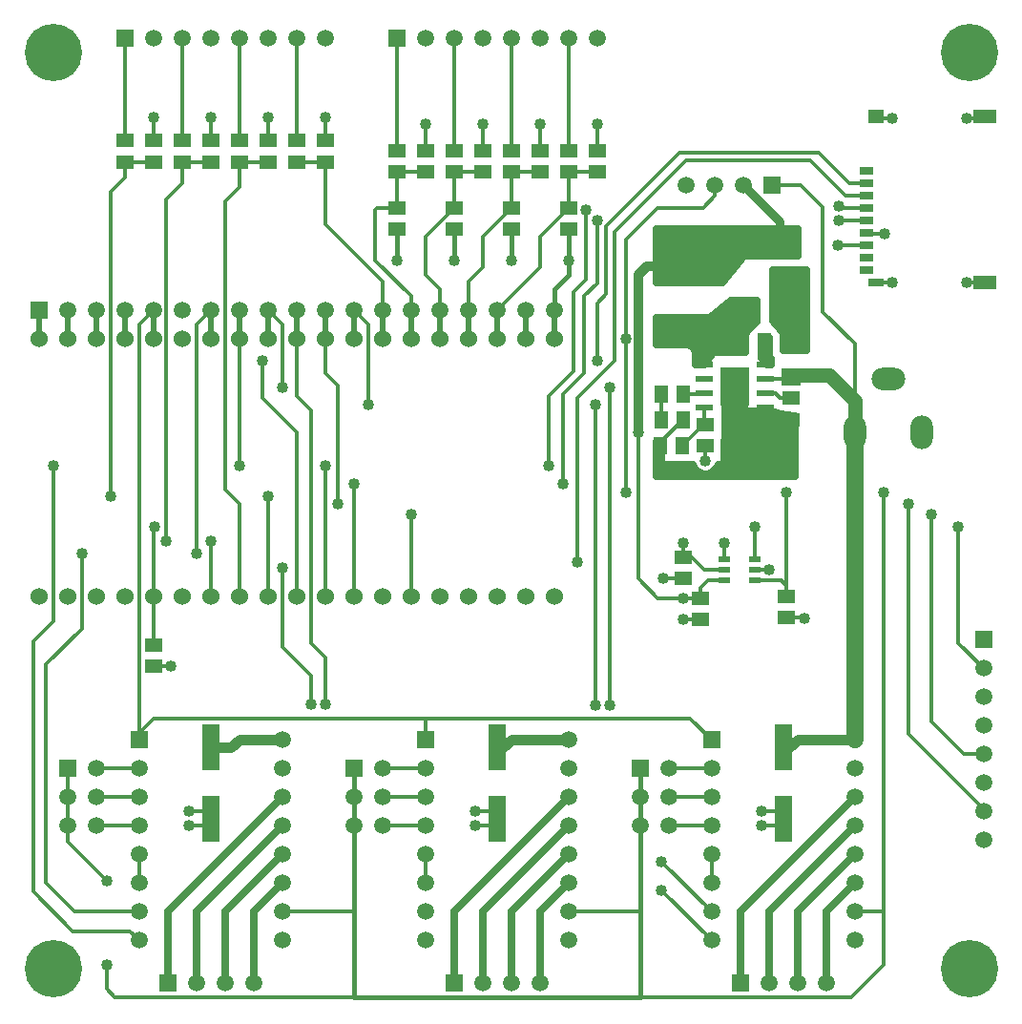
<source format=gbr>
G04 DipTrace 3.3.1.3*
G04 Top.gbr*
%MOIN*%
G04 #@! TF.FileFunction,Copper,L1,Top*
G04 #@! TF.Part,Single*
G04 #@! TA.AperFunction,Conductor*
%ADD14C,0.016*%
%ADD15C,0.012*%
%ADD16C,0.02*%
G04 #@! TA.AperFunction,CopperBalancing*
%ADD17C,0.025*%
G04 #@! TA.AperFunction,ViaPad*
%ADD18C,0.03*%
G04 #@! TA.AperFunction,Conductor*
%ADD19C,0.032*%
G04 #@! TA.AperFunction,ComponentPad*
%ADD20C,0.06*%
G04 #@! TA.AperFunction,Conductor*
%ADD21C,0.035*%
%ADD22C,0.05*%
%ADD23C,0.059*%
%ADD26R,0.062992X0.163386*%
%ADD27R,0.059055X0.051181*%
%ADD28R,0.051181X0.059055*%
%ADD29R,0.070866X0.062992*%
%ADD31R,0.098425X0.066929*%
G04 #@! TA.AperFunction,ComponentPad*
%ADD32R,0.059055X0.059055*%
%ADD33C,0.059055*%
%ADD34O,0.07874X0.11811*%
%ADD35O,0.11811X0.07874*%
%ADD36R,0.051181X0.027559*%
%ADD37R,0.07874X0.047244*%
%ADD38R,0.055118X0.047244*%
%ADD39R,0.055118X0.031496*%
%ADD40R,0.137795X0.09252*%
G04 #@! TA.AperFunction,ComponentPad*
%ADD41C,0.2*%
%ADD42R,0.059X0.059*%
%ADD43C,0.059*%
%ADD45R,0.062992X0.024016*%
%ADD46R,0.10315X0.138189*%
%ADD48R,0.043307X0.023622*%
G04 #@! TA.AperFunction,ViaPad*
%ADD49C,0.04*%
%FSLAX26Y26*%
G04*
G70*
G90*
G75*
G01*
G04 Top*
%LPD*%
X2593700Y1243700D2*
D14*
Y1143700D1*
Y1043700D1*
X1593700Y1243700D2*
Y1143700D1*
Y1043700D1*
X2593700D2*
Y743700D1*
Y443700D1*
X1593700D1*
Y743700D1*
Y1043700D1*
X1743700Y3126180D2*
Y3018700D1*
X1943700Y3126180D2*
Y3018700D1*
X2143700Y3126180D2*
Y3018700D1*
X2343700Y3126180D2*
Y3018700D1*
X2293700Y2843700D2*
Y2918700D1*
X2343700Y2968700D1*
Y3018700D1*
Y743700D2*
D15*
X2593700D1*
X1343700D2*
X1593700D1*
X2856201Y3281200D2*
Y3243701D1*
X2814200Y3201700D1*
X2653700D1*
X2543700Y3091700D1*
Y2744810D1*
Y2206200D1*
X3443700D2*
Y743700D1*
Y556200D1*
X3331200Y443700D1*
X2593700D1*
X3343700Y743700D2*
X3443700D1*
X593700Y1243700D2*
Y1143700D1*
Y1043700D1*
Y986700D1*
X731200Y849200D1*
Y556200D2*
Y472200D1*
X759700Y443700D1*
X1593700D1*
X3106200Y1843700D2*
Y1881199D1*
X3087449Y1899949D1*
X2993700D1*
X3106200Y1881199D2*
Y2206200D1*
X2293700Y2743700D2*
D16*
Y2843700D1*
X3287451Y3206200D2*
D15*
X3283029Y3201779D1*
X3383700D1*
X893700Y3436220D2*
Y3518700D1*
X1093700Y3436220D2*
Y3518700D1*
X1293700Y3436220D2*
Y3518700D1*
X1493700Y3436220D2*
Y3518700D1*
X1843700Y3400983D2*
Y3493700D1*
X2043700Y3400983D2*
Y3493700D1*
X2243700Y3400983D2*
Y3493700D1*
X2443700Y3400983D2*
Y3493700D1*
X3018700Y1093700D2*
X3068700D1*
X3093700Y1068700D1*
X3018700Y1043700D2*
X3068700D1*
X3093700Y1068700D1*
X2018700Y1093700D2*
X2068700D1*
X2093700Y1068700D1*
X2043700Y1043700D2*
X2068700D1*
X2093700Y1068700D1*
X2018700Y1043700D2*
X2068700D1*
X1018700Y1093700D2*
X1068700D1*
X1093700Y1068700D1*
X1018700Y1043700D2*
X1068700D1*
X1093700Y1068700D1*
X2666700Y2369700D2*
Y2382700D1*
X2744700Y2460700D1*
X3474700Y3513700D2*
X3423354D1*
X3417165Y3519889D1*
X3734700Y3513700D2*
X3792865D1*
X3799054Y3519889D1*
X3474700Y2941700D2*
X3417401D1*
X3417165Y2941936D1*
X3734700Y2941700D2*
X3798818D1*
X3799054Y2941936D1*
X3448700Y3110700D2*
X3388165D1*
X3383700Y3115165D1*
X3106200Y1768897D2*
X3168503D1*
X3168700Y1768700D1*
X2806200Y1762646D2*
X2743897D1*
X2743700Y1762449D1*
X2993700Y1937351D2*
X3043600D1*
X3043700Y1937451D1*
X2743700Y1906200D2*
X2674949D1*
X893700Y1599951D2*
X956200Y1599949D1*
X843700Y743700D2*
X618700D1*
X518700Y843700D1*
Y1606200D1*
X643700Y1731200D1*
Y1993700D1*
X1043700D2*
Y2793700D1*
X1093700Y2843700D1*
Y2743700D2*
D16*
Y2843700D1*
X1193700Y2743700D2*
Y2843700D1*
X843700Y643700D2*
D15*
X812451Y674949D1*
X612451D1*
X474949Y812451D1*
Y1687449D1*
X543700Y1756200D1*
Y2299949D1*
X1193700D2*
Y2743700D1*
X843700Y943700D2*
Y843700D1*
X1693700Y1243700D2*
X1843700D1*
X693700D2*
X843700D1*
X693700Y1143700D2*
X843700D1*
X693700Y1043700D2*
X843700D1*
X2693700Y1243700D2*
X2843700D1*
X3793700Y1293700D2*
X3724949D1*
X3612449Y1406200D1*
Y2131200D1*
X1793700D2*
Y1843700D1*
X2887401Y1974752D2*
X2887451Y2031200D1*
X943700Y493700D2*
D17*
Y743700D1*
X1343700Y1143700D1*
X1043700Y493700D2*
Y743700D1*
X1343700Y1043700D1*
X1143700Y493700D2*
Y743700D1*
X1343700Y943700D1*
X1243700Y493700D2*
Y743700D1*
X1343700Y843700D1*
X1393700Y2743700D2*
D16*
Y2843700D1*
X1493700Y1468700D2*
D15*
Y1631200D1*
X1443700Y1681200D1*
Y2493700D1*
X1393700Y2543700D1*
Y2743700D1*
X2843700Y743700D2*
X2668700Y918700D1*
X2487450Y1462449D2*
Y2574950D1*
X1343700D2*
Y2793700D1*
X1293700Y2843700D1*
Y2743700D2*
D16*
Y2843700D1*
X2443700Y3326180D2*
D15*
X2343700D1*
Y3200983D1*
X2093700Y2843700D2*
X2243700Y2993700D1*
Y3100983D1*
X2343700Y3200983D1*
X2093700Y2743700D2*
D16*
Y2843700D1*
X2243700Y3326180D2*
D15*
X2143700D1*
Y3200983D1*
X1993700Y2843700D2*
Y2943700D1*
X2043700Y2993700D1*
Y3100983D1*
X2143700Y3200983D1*
X1993700Y2743700D2*
D16*
Y2843700D1*
X1443700Y1468700D2*
D15*
Y1568700D1*
X1343700Y1668700D1*
Y1943700D1*
X2843700Y643700D2*
X2668700Y818700D1*
X2437451Y1462451D2*
Y2512451D1*
X1643700D2*
Y2793700D1*
X1593700Y2843700D1*
Y2743700D2*
D16*
Y2843700D1*
X1393700Y3361417D2*
D15*
X1493700D1*
Y3143700D1*
X1693700Y2943700D1*
Y2843700D1*
Y2743700D2*
D16*
Y2843700D1*
X1843700Y3326180D2*
D15*
X1743700D1*
Y3200983D2*
Y3326180D1*
Y3200983D2*
X1675983D1*
X1668700Y3193700D1*
Y3018700D1*
X1793700Y2893700D1*
Y2843700D1*
Y2743700D2*
D16*
Y2843700D1*
X2043700Y3326180D2*
D15*
X1943700D1*
Y3200983D2*
Y3326180D1*
X1893700Y2843700D2*
Y2918700D1*
X1843700Y2968700D1*
Y3100983D1*
X1943700Y3200983D1*
X1893700Y2743700D2*
D16*
Y2843700D1*
X893700Y1674754D2*
D15*
Y1843700D1*
Y2093699D1*
X899949Y2087449D1*
X2993700D2*
Y1974752D1*
X3706200Y2087449D2*
Y1681200D1*
X3793700Y1593700D1*
X3383700Y3245086D2*
X3311064D1*
X3187450Y3368700D1*
X2756200D1*
X2506200Y3118700D1*
Y2668700D1*
X2374950Y2537450D1*
Y1962450D1*
X3383700Y3288393D2*
X3324007D1*
X3218700Y3393700D1*
X2731200D1*
X2474950Y3137450D1*
Y2899950D1*
X2443700Y2868700D1*
Y2668700D1*
X1274951D2*
Y2537449D1*
X1393700Y2418700D1*
Y1843700D1*
X2956201Y3281200D2*
D18*
X3082700Y3154701D1*
Y3069724D1*
X3088466Y3063957D1*
X2822700Y2317700D2*
D15*
Y2369700D1*
X2806200Y1837449D2*
Y1874949D1*
X2831200Y1899949D1*
X2887401D1*
X2806200Y1837449D2*
X2743700D1*
Y1837451D1*
X2732254Y2998180D2*
D19*
X2619180D1*
X2588700Y2967700D1*
Y2426200D1*
D15*
X2587449Y2424949D1*
Y2418700D1*
Y1906201D1*
X2656200Y1837451D1*
X2743700D1*
X493700Y2743700D2*
D16*
Y2843700D1*
X1193700Y3361417D2*
D15*
X1293700D1*
X1193700D2*
Y3274949D1*
X1143700Y3224949D1*
Y2218700D1*
X1193700Y2168700D1*
Y1843700D1*
X3383700Y3071857D2*
X3284357D1*
X2443700Y3156200D2*
Y2937450D1*
X2399950Y2893700D1*
Y2624950D1*
X2324950Y2549950D1*
Y2237450D1*
X1593700D2*
Y1843700D1*
X793700Y3361417D2*
X893700D1*
X793700D2*
Y3306200D1*
X743700Y3256200D1*
Y2193700D1*
X1293700D2*
Y1843700D1*
X3383700Y3158472D2*
X3289721D1*
X3287449Y3156200D1*
X2406200Y3193700D2*
Y2949950D1*
X2362449Y2906199D1*
Y2631199D1*
X2274950Y2543700D1*
Y2299951D1*
X1493700D2*
Y1843700D1*
Y2743700D2*
D16*
Y2843700D1*
X3793700Y1093700D2*
D15*
Y1099951D1*
X3531200Y1362451D1*
Y2168700D1*
X1537451D2*
Y2581200D1*
X1493700Y2624951D1*
Y2743700D1*
X1693700Y1143700D2*
X1843700D1*
X1693700Y1043700D2*
X1843700D1*
Y943700D2*
Y843700D1*
X1943700Y3400983D2*
Y3793700D1*
X2343700Y3400983D2*
Y3793700D1*
X793700Y3436220D2*
Y3793700D1*
X2693700Y1043700D2*
X2843700D1*
X2693700Y1143700D2*
X2843700D1*
X1943700Y493700D2*
D17*
Y743700D1*
X2343700Y1143700D1*
Y1043700D2*
X2043700Y743700D1*
Y493700D1*
X2143700D2*
Y743700D1*
X2343700Y943700D1*
X2243700Y493700D2*
Y743700D1*
X2343700Y843700D1*
X1743700Y3400983D2*
D15*
Y3793700D1*
X993700Y3361417D2*
X1093700D1*
X993700D2*
Y3287449D1*
X937451Y3231200D1*
Y2037451D1*
X1093700D2*
Y1843700D1*
X2887401Y1937351D2*
X2818798D1*
X2775146Y1981003D1*
X2743700D1*
Y2031200D2*
Y1981003D1*
X993700Y3436220D2*
Y3793700D1*
X2193700Y2743700D2*
D16*
Y2843700D1*
X2843700Y943700D2*
D15*
Y843700D1*
X3032343Y2553752D2*
X3067648D1*
X3082700Y2538700D1*
X3118503D1*
X3121700Y2535503D1*
X3343700Y1143700D2*
D17*
X2943700Y743700D1*
Y493700D1*
X3043700D2*
Y743700D1*
X3343700Y1043700D1*
X3143700Y493700D2*
Y743700D1*
X3343700Y943700D1*
X3243700Y493700D2*
Y743700D1*
X3343700Y843700D1*
X2744700Y2551700D2*
D15*
X2817692D1*
X2819745Y2553752D1*
X2143700Y3400983D2*
Y3793700D1*
X2669897Y2460700D2*
Y2551700D1*
X2819745Y2503752D2*
Y2447459D1*
X2822700Y2444503D1*
X2816306D1*
X2741503Y2369700D1*
X1193700Y3436220D2*
Y3793700D1*
X1393700Y3436220D2*
Y3793700D1*
X793700Y2743700D2*
D16*
Y2843700D1*
X693700Y2743700D2*
Y2843700D1*
X593700Y2743700D2*
Y2843700D1*
X843700Y1343700D2*
D15*
Y1368700D1*
X893700Y1418700D1*
X1843700D1*
X2768700D1*
X2843700Y1343700D1*
X1843700D2*
Y1418700D1*
X843700Y1343700D2*
Y2793700D1*
X893700Y2843700D1*
Y2743700D2*
D16*
Y2843700D1*
X3093700Y1316731D2*
D21*
X3116731D1*
X3143700Y1343700D1*
X3343700D1*
X2093700Y1316731D2*
X2116731D1*
X2143700Y1343700D1*
X2343700D1*
X1093700Y1316731D2*
X1166731D1*
X1193700Y1343700D1*
X1343700D1*
X3032343Y2603752D2*
D15*
X3114989D1*
X3121700Y2610464D1*
D22*
Y2616700D1*
X3253700D1*
X3344700Y2525700D1*
Y2419700D1*
X3343700Y2418700D1*
X3056201Y3281200D2*
D15*
X3156201D1*
X3233451Y3203951D1*
Y2837699D1*
X3344700Y2726449D1*
Y2419700D1*
X3343700Y2418700D1*
D20*
Y1403200D1*
D23*
Y1343700D1*
D49*
X2543700Y2206200D3*
X3443700D3*
X731200Y849200D3*
Y556200D3*
X3106200Y2206200D3*
X3287451Y3206200D3*
X2543700Y2744810D3*
X643700Y1993700D3*
X1043700D3*
X543700Y2299949D3*
X1193700D3*
X3612449Y2131200D3*
X1793700D3*
X1493700Y1468700D3*
X2668700Y918700D3*
X2487450Y1462449D3*
Y2574950D3*
X1343700D3*
X1443700Y1468700D3*
X1343700Y1943700D3*
X2668700Y818700D3*
X2437451Y1462451D3*
Y2512451D3*
X1643700D3*
X899949Y2087449D3*
X2993700D3*
X3706200D3*
X2374950Y1962450D3*
X2443700Y2668700D3*
X1274951D3*
X2587449Y2418700D3*
X3284357Y3071857D3*
X2443700Y3156200D3*
X2324950Y2237450D3*
X1593700D3*
X743700Y2193700D3*
X1293700D3*
X3287449Y3156200D3*
X2406200Y3193700D3*
X2274950Y2299951D3*
X1493700D3*
X3531200Y2168700D3*
X1537451D3*
X937451Y2037451D3*
X1093700D3*
X2743700Y1981003D3*
Y2031200D3*
X2674949Y1906200D3*
X956200Y1599949D3*
X3043700Y1937451D3*
X3734700Y3513700D3*
D18*
X2949949Y2618700D3*
D49*
X893700Y3518700D3*
X1093700D3*
X1293700D3*
X1493700D3*
X1843700Y3493700D3*
X2043700D3*
X2243700D3*
X2443700D3*
X1018700Y1093700D3*
Y1043700D3*
X2018700Y1093700D3*
Y1043700D3*
X3018700Y1093700D3*
Y1043700D3*
X1743700Y3018700D3*
X1943700D3*
X2143700D3*
X2343700D3*
D18*
X2926700Y2616700D3*
X2902700D3*
X2900700Y2577700D3*
X2926700D3*
X2952700D3*
X2900700Y2538700D3*
X2926700D3*
X2952700D3*
X3160700Y2967700D3*
Y2928700D3*
D49*
X2822700Y2317700D3*
X2666700Y3084700D3*
X3474700Y3513700D3*
Y2941700D3*
X3734700D3*
X3448700Y3110700D3*
X3168700Y1768700D3*
X2743700Y1762449D3*
X2887451Y2031200D3*
X2743700Y1837451D3*
X2653532Y3103833D2*
D17*
X3142226D1*
X2653532Y3078964D2*
X3142226D1*
X2653532Y3054095D2*
X3142226D1*
X2653532Y3029226D2*
X2950389D1*
X2653532Y3004357D2*
X2930474D1*
X2653532Y2979489D2*
X2910594D1*
X2653532Y2954620D2*
X2890714D1*
X2651014Y3128678D2*
Y2941218D1*
X2882490Y2941224D1*
X2955061Y3031704D1*
X2957449Y3033414D1*
X2960172Y3034519D1*
X2963082Y3034957D1*
X3144730Y3034964D1*
X3144709Y3128717D1*
X2650991Y3128701D1*
X2884410Y2853859D2*
X2998474D1*
X2854591Y2828990D2*
X2998474D1*
X2653532Y2804121D2*
X2998474D1*
X2653532Y2779252D2*
X2975078D1*
X2653532Y2754384D2*
X2960976D1*
X2653532Y2729515D2*
X2960976D1*
X2789031Y2704646D2*
X2960976D1*
X2791004Y2679777D2*
X2835632D1*
X2791004Y2654909D2*
X2817869D1*
X2979951Y2781633D2*
Y2784764D1*
X2983073D1*
X3000970Y2802661D1*
X3000974Y2878693D1*
X2911755Y2878728D1*
X2838645Y2817998D1*
X2835961Y2816800D1*
X2833069Y2816262D1*
X2650993Y2816234D1*
X2651014Y2722481D1*
X2765456Y2722343D1*
X2768284Y2721545D1*
X2770848Y2720109D1*
X2777339Y2713836D1*
X2786112Y2704846D1*
X2787548Y2702281D1*
X2788346Y2699453D1*
X2788499Y2688312D1*
Y2653755D1*
X2819527Y2653754D1*
X2848331Y2693767D1*
X2850624Y2695604D1*
X2853283Y2696856D1*
X2856159Y2697452D1*
X2963494Y2697499D1*
X2963632Y2761947D1*
X2964430Y2764775D1*
X2965865Y2767339D1*
X2973636Y2775326D1*
X2979953Y2781644D1*
X3059739Y2960098D2*
X3173444D1*
X3059739Y2935229D2*
X3173444D1*
X3059739Y2910360D2*
X3173444D1*
X3059739Y2885491D2*
X3173444D1*
X3059739Y2860623D2*
X3173444D1*
X3059739Y2835754D2*
X3173444D1*
X3059739Y2810885D2*
X3173444D1*
X3082095Y2786016D2*
X3173444D1*
X3097203Y2761148D2*
X3173444D1*
X3097203Y2736279D2*
X3173444D1*
X3097203Y2711410D2*
X3173444D1*
X3073197Y2789728D2*
X3079594D1*
Y2782228D1*
X3092875Y2766523D1*
X3094106Y2763854D1*
X3094679Y2760972D1*
X3094717Y2703760D1*
X3175982Y2703749D1*
X3175956Y2984961D1*
X3057228Y2984966D1*
X3057221Y2808393D1*
X3073197Y2789721D1*
X2896537Y2603885D2*
X2954729D1*
X2896035Y2579016D2*
X2954729D1*
X2895567Y2554148D2*
X2954729D1*
X2895102Y2529279D2*
X2954729D1*
X2894599Y2504410D2*
X2954729D1*
X2894133Y2479541D2*
X3081472D1*
X2893666Y2454672D2*
X3132714D1*
X2893163Y2429804D2*
X3132714D1*
X2892697Y2404935D2*
X3132714D1*
X2655718Y2380066D2*
X2667245D1*
X2892230D2*
X3132714D1*
X2655718Y2355197D2*
X2667245D1*
X2891729D2*
X3132714D1*
X2655718Y2330329D2*
X2667245D1*
X2891262D2*
X3132714D1*
X2655718Y2305460D2*
X2673504D1*
X2884730D2*
X3132714D1*
X2655718Y2280591D2*
X2792174D1*
X2853225D2*
X3132714D1*
X3076212Y2483413D2*
X3065672D1*
Y2488687D1*
X3054283Y2491268D1*
X2967773Y2491422D1*
X2964945Y2492220D1*
X2962381Y2493655D1*
X2960224Y2495650D1*
X2958591Y2498094D1*
X2957574Y2500850D1*
X2957229Y2503768D1*
Y2628752D1*
X2894480Y2628754D1*
X2888335Y2314333D1*
X2887537Y2311504D1*
X2886102Y2308940D1*
X2884107Y2306783D1*
X2881663Y2305150D1*
X2878907Y2304133D1*
X2875989Y2303788D1*
X2867053D1*
X2864132Y2296590D1*
X2860319Y2290368D1*
X2855581Y2284819D1*
X2850032Y2280081D1*
X2843810Y2276268D1*
X2837069Y2273476D1*
X2829974Y2271772D1*
X2822700Y2271200D1*
X2815426Y2271772D1*
X2808331Y2273476D1*
X2801590Y2276268D1*
X2795368Y2280081D1*
X2789819Y2284819D1*
X2785081Y2290368D1*
X2781268Y2296590D1*
X2778348Y2303784D1*
X2680304Y2303941D1*
X2677476Y2304739D1*
X2674911Y2306175D1*
X2672754Y2308170D1*
X2671121Y2310613D1*
X2670104Y2313369D1*
X2669759Y2316288D1*
Y2384432D1*
X2653233Y2383739D1*
X2653200Y2265190D1*
X3135220Y2265200D1*
X3135200Y2475146D1*
X3085641Y2479094D1*
X3082876Y2480090D1*
X3076233Y2483411D1*
X3022237Y2722623D2*
X3042213D1*
X3022237Y2697754D2*
X3042213D1*
X3026292Y2672885D2*
X3048457D1*
X3019725Y2747468D2*
X3019571Y2683044D1*
X3018773Y2680216D1*
X3017335Y2677649D1*
X3018678Y2675997D1*
X3023894Y2672800D1*
X3028548Y2668826D1*
X3032522Y2664172D1*
X3035718Y2658956D1*
X3037889Y2653763D1*
X3050962Y2653754D1*
X3050881Y2673661D1*
X3047107Y2677651D1*
X3045671Y2680216D1*
X3044873Y2683044D1*
X3044720Y2692498D1*
Y2747485D1*
X3019721Y2747491D1*
D26*
X1093700Y1068700D3*
Y1316731D3*
D27*
X1843700Y3326180D3*
Y3400983D3*
X2043700Y3326180D3*
Y3400983D3*
X2243700Y3326180D3*
Y3400983D3*
X2443700Y3326180D3*
Y3400983D3*
D26*
X2093700Y1068700D3*
Y1316731D3*
D27*
X893700Y3361417D3*
Y3436220D3*
X1093700Y3361417D3*
Y3436220D3*
X1293700Y3361417D3*
Y3436220D3*
X1493700Y3361417D3*
Y3436220D3*
D26*
X3093700Y1068700D3*
Y1316731D3*
D28*
X2952700Y2733700D3*
X3027503D3*
D29*
X3121700Y2720700D3*
Y2610464D3*
D28*
X2744700Y2551700D3*
X2669897D3*
D29*
X3088466Y2953721D3*
Y3063957D3*
D27*
X2806200Y1837449D3*
Y1762646D3*
X3106200Y1843700D3*
Y1768897D3*
D31*
X2965700Y2837700D3*
X3123180D3*
D32*
X3056201Y3281200D3*
D33*
X2956201D3*
X2856201D3*
X2756201D3*
D32*
X1743700Y3793700D3*
D33*
X1843700D3*
X1943700D3*
X2043700D3*
X2143700D3*
X2243700D3*
X2343700D3*
X2443700D3*
D32*
X943700Y493700D3*
D33*
X1043700D3*
X1143700D3*
X1243700D3*
D32*
X493700Y2843700D3*
D33*
X593700D3*
X693700D3*
X793700D3*
X893700D3*
X993700D3*
X1093700D3*
X1193700D3*
X1293700D3*
X1393700D3*
X1493700D3*
X1593700D3*
X1693700D3*
X1793700D3*
X1893700D3*
X1993700D3*
X2093700D3*
X2193700D3*
X2293700D3*
D32*
X1943700Y493700D3*
D33*
X2043700D3*
X2143700D3*
X2243700D3*
D32*
X793700Y3793700D3*
D33*
X893700D3*
X993700D3*
X1093700D3*
X1193700D3*
X1293700D3*
X1393700D3*
X1493700D3*
D32*
X2943700Y493700D3*
D33*
X3043700D3*
X3143700D3*
X3243700D3*
D32*
X3793700Y1693700D3*
D33*
Y1593700D3*
Y1493700D3*
Y1393700D3*
Y1293700D3*
Y1193700D3*
Y1093700D3*
Y993700D3*
D34*
X3343700Y2418700D3*
X3579920D3*
D35*
X3461810Y2603739D3*
D36*
X3383700Y3331700D3*
Y3288393D3*
Y3245086D3*
Y3201779D3*
Y3158472D3*
Y3115165D3*
Y3071857D3*
Y3028550D3*
Y2985243D3*
D37*
X3799054Y3519889D3*
D38*
X3417165D3*
D39*
Y2941936D3*
D37*
X3799054D3*
D32*
X593700Y1243700D3*
D33*
X693700D3*
X593700Y1143700D3*
X693700D3*
X593700Y1043700D3*
X693700D3*
D32*
X1593700Y1243700D3*
D33*
X1693700D3*
X1593700Y1143700D3*
X1693700D3*
X1593700Y1043700D3*
X1693700D3*
D32*
X2593700Y1243700D3*
D33*
X2693700D3*
X2593700Y1143700D3*
X2693700D3*
X2593700Y1043700D3*
X2693700D3*
D40*
X2732254Y2759991D3*
Y2998180D3*
D41*
X543700Y543700D3*
X3743700D3*
Y3743700D3*
X543700D3*
D27*
X1743700Y3200983D3*
Y3126180D3*
X1943700Y3200983D3*
Y3126180D3*
X2143700Y3200983D3*
Y3126180D3*
X2343700Y3200983D3*
Y3126180D3*
X3121700Y2460700D3*
Y2535503D3*
X1743700Y3400983D3*
Y3326180D3*
X1943700Y3400983D3*
Y3326180D3*
X2143700Y3400983D3*
Y3326180D3*
X2343700Y3400983D3*
Y3326180D3*
X793700Y3436220D3*
Y3361417D3*
X993700Y3436220D3*
Y3361417D3*
X1193700Y3436220D3*
Y3361417D3*
X1393700Y3436220D3*
Y3361417D3*
D28*
X2744700Y2460700D3*
X2669897D3*
X2666700Y2369700D3*
X2741503D3*
D27*
X2822700D3*
Y2444503D3*
X2743700Y1906200D3*
Y1981003D3*
X893700Y1599951D3*
Y1674754D3*
D20*
X493700Y2743700D3*
X593700D3*
X693700D3*
X793700D3*
X893700D3*
X993700D3*
X1093700D3*
X1193700D3*
X1293700D3*
X1393700D3*
X1493700D3*
X1593700D3*
X1693700D3*
X1793700D3*
X1893700D3*
X1993700D3*
X2093700D3*
X2193700D3*
X2293700D3*
X493700Y1843700D3*
X593700D3*
X693700D3*
X793700D3*
X893700D3*
X993700D3*
X1093700D3*
X1193700D3*
X1293700D3*
X1393700D3*
X1493700D3*
X1593700D3*
X1693700D3*
X1793700D3*
X1893700D3*
X1993700D3*
X2093700D3*
X2193700D3*
X2293700D3*
D42*
X843700Y1343700D3*
D43*
Y1243700D3*
Y1143700D3*
Y1043700D3*
Y943700D3*
Y843700D3*
Y743700D3*
Y643700D3*
X1343700D3*
Y743700D3*
Y843700D3*
Y943700D3*
Y1043700D3*
Y1143700D3*
Y1243700D3*
Y1343700D3*
D42*
X1843700D3*
D43*
Y1243700D3*
Y1143700D3*
Y1043700D3*
Y943700D3*
Y843700D3*
Y743700D3*
Y643700D3*
X2343700D3*
Y743700D3*
Y843700D3*
Y943700D3*
Y1043700D3*
Y1143700D3*
Y1243700D3*
Y1343700D3*
D42*
X2843700D3*
D43*
Y1243700D3*
Y1143700D3*
Y1043700D3*
Y943700D3*
Y843700D3*
Y743700D3*
Y643700D3*
X3343700D3*
Y743700D3*
Y843700D3*
Y943700D3*
Y1043700D3*
Y1143700D3*
Y1243700D3*
Y1343700D3*
D45*
X2819745Y2653752D3*
Y2603752D3*
Y2553752D3*
Y2503752D3*
X3032343D3*
Y2553752D3*
Y2603752D3*
Y2653752D3*
D46*
X2926044Y2578752D3*
D48*
X2993700Y1899949D3*
Y1937351D3*
Y1974752D3*
X2887401D3*
Y1937351D3*
Y1899949D3*
M02*

</source>
